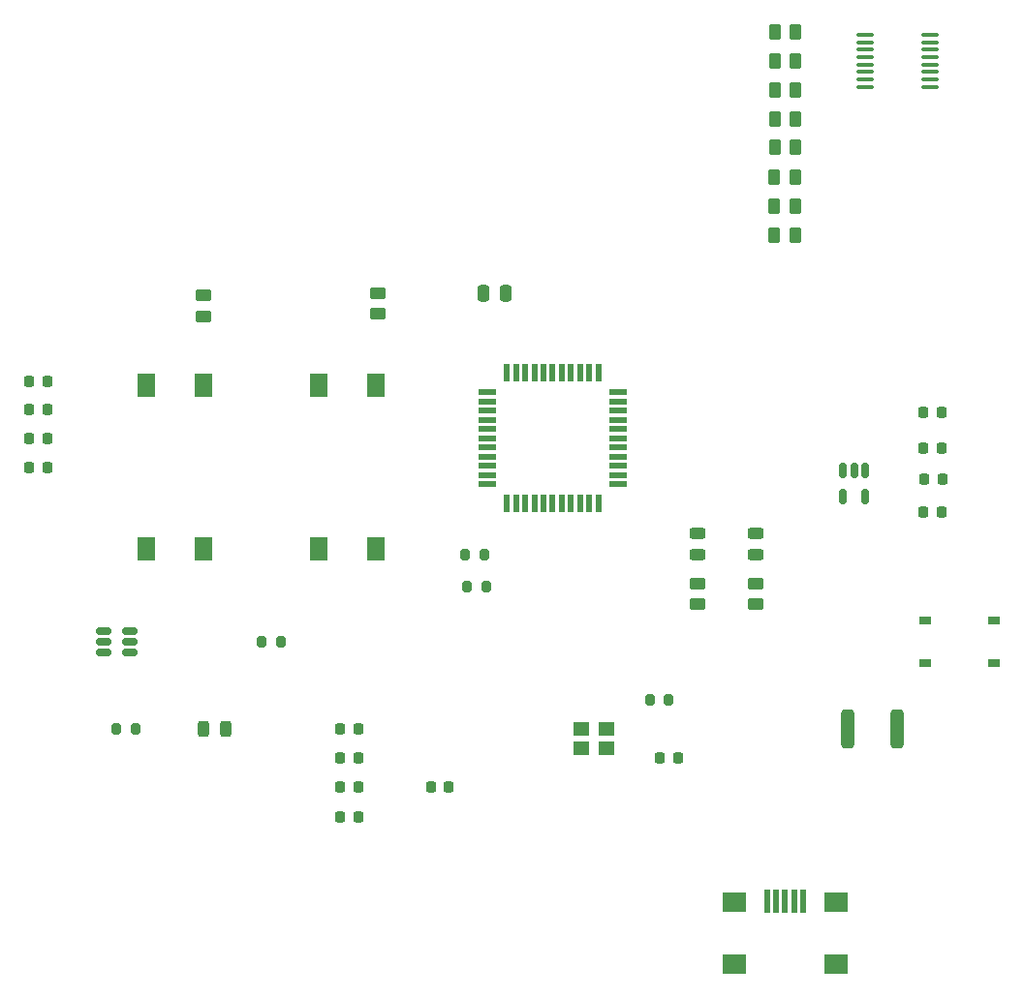
<source format=gbr>
%TF.GenerationSoftware,KiCad,Pcbnew,(7.0.0-0)*%
%TF.CreationDate,2023-05-29T15:25:59-06:00*%
%TF.ProjectId,Phase_B_ATMEGA_v3,50686173-655f-4425-9f41-544d4547415f,rev?*%
%TF.SameCoordinates,Original*%
%TF.FileFunction,Paste,Top*%
%TF.FilePolarity,Positive*%
%FSLAX46Y46*%
G04 Gerber Fmt 4.6, Leading zero omitted, Abs format (unit mm)*
G04 Created by KiCad (PCBNEW (7.0.0-0)) date 2023-05-29 15:25:59*
%MOMM*%
%LPD*%
G01*
G04 APERTURE LIST*
G04 Aperture macros list*
%AMRoundRect*
0 Rectangle with rounded corners*
0 $1 Rounding radius*
0 $2 $3 $4 $5 $6 $7 $8 $9 X,Y pos of 4 corners*
0 Add a 4 corners polygon primitive as box body*
4,1,4,$2,$3,$4,$5,$6,$7,$8,$9,$2,$3,0*
0 Add four circle primitives for the rounded corners*
1,1,$1+$1,$2,$3*
1,1,$1+$1,$4,$5*
1,1,$1+$1,$6,$7*
1,1,$1+$1,$8,$9*
0 Add four rect primitives between the rounded corners*
20,1,$1+$1,$2,$3,$4,$5,0*
20,1,$1+$1,$4,$5,$6,$7,0*
20,1,$1+$1,$6,$7,$8,$9,0*
20,1,$1+$1,$8,$9,$2,$3,0*%
G04 Aperture macros list end*
%ADD10RoundRect,0.250000X0.450000X-0.262500X0.450000X0.262500X-0.450000X0.262500X-0.450000X-0.262500X0*%
%ADD11RoundRect,0.243750X-0.243750X-0.456250X0.243750X-0.456250X0.243750X0.456250X-0.243750X0.456250X0*%
%ADD12RoundRect,0.225000X-0.225000X-0.250000X0.225000X-0.250000X0.225000X0.250000X-0.225000X0.250000X0*%
%ADD13RoundRect,0.200000X0.200000X0.275000X-0.200000X0.275000X-0.200000X-0.275000X0.200000X-0.275000X0*%
%ADD14RoundRect,0.250000X-0.312500X-1.450000X0.312500X-1.450000X0.312500X1.450000X-0.312500X1.450000X0*%
%ADD15RoundRect,0.250000X-0.262500X-0.450000X0.262500X-0.450000X0.262500X0.450000X-0.262500X0.450000X0*%
%ADD16RoundRect,0.200000X-0.200000X-0.275000X0.200000X-0.275000X0.200000X0.275000X-0.200000X0.275000X0*%
%ADD17RoundRect,0.243750X0.456250X-0.243750X0.456250X0.243750X-0.456250X0.243750X-0.456250X-0.243750X0*%
%ADD18R,1.400000X1.200000*%
%ADD19R,1.500000X2.000000*%
%ADD20R,0.500000X2.000000*%
%ADD21R,2.000000X1.700000*%
%ADD22RoundRect,0.250000X-0.250000X-0.475000X0.250000X-0.475000X0.250000X0.475000X-0.250000X0.475000X0*%
%ADD23RoundRect,0.150000X-0.150000X0.512500X-0.150000X-0.512500X0.150000X-0.512500X0.150000X0.512500X0*%
%ADD24R,1.500000X0.550000*%
%ADD25R,0.550000X1.500000*%
%ADD26R,1.000000X0.700000*%
%ADD27RoundRect,0.100000X-0.637500X-0.100000X0.637500X-0.100000X0.637500X0.100000X-0.637500X0.100000X0*%
%ADD28RoundRect,0.150000X-0.512500X-0.150000X0.512500X-0.150000X0.512500X0.150000X-0.512500X0.150000X0*%
G04 APERTURE END LIST*
D10*
%TO.C,R3*%
X78740000Y-72945000D03*
X78740000Y-71120000D03*
%TD*%
D11*
%TO.C,D3*%
X35560000Y-83820000D03*
X37435000Y-83820000D03*
%TD*%
D12*
%TO.C,C4*%
X47485000Y-83820000D03*
X49035000Y-83820000D03*
%TD*%
D13*
%TO.C,R14*%
X60209305Y-71365909D03*
X58559305Y-71365909D03*
%TD*%
D14*
%TO.C,F1*%
X91842500Y-83820000D03*
X96117500Y-83820000D03*
%TD*%
D12*
%TO.C,C7*%
X47485000Y-91560000D03*
X49035000Y-91560000D03*
%TD*%
D15*
%TO.C,R10*%
X85427391Y-35561215D03*
X87252391Y-35561215D03*
%TD*%
D10*
%TO.C,R2*%
X50800000Y-47545000D03*
X50800000Y-45720000D03*
%TD*%
D12*
%TO.C,C10*%
X20320000Y-55940000D03*
X21870000Y-55940000D03*
%TD*%
D16*
%TO.C,R15*%
X40640000Y-76200000D03*
X42290000Y-76200000D03*
%TD*%
D10*
%TO.C,R4*%
X83820000Y-72945000D03*
X83820000Y-71120000D03*
%TD*%
D12*
%TO.C,C1*%
X98460000Y-56145000D03*
X100010000Y-56145000D03*
%TD*%
%TO.C,C14*%
X98546503Y-62022295D03*
X100096503Y-62022295D03*
%TD*%
%TO.C,C13*%
X98463299Y-59276572D03*
X100013299Y-59276572D03*
%TD*%
D17*
%TO.C,D1*%
X78740000Y-68580000D03*
X78740000Y-66705000D03*
%TD*%
D18*
%TO.C,Y1*%
X68579999Y-85519999D03*
X70779999Y-85519999D03*
X70779999Y-83819999D03*
X68579999Y-83819999D03*
%TD*%
D19*
%TO.C,S2*%
X45619999Y-68109999D03*
X45619999Y-53809999D03*
X50619999Y-68109999D03*
X50619999Y-53809999D03*
%TD*%
D12*
%TO.C,C6*%
X47485000Y-88900000D03*
X49035000Y-88900000D03*
%TD*%
D16*
%TO.C,R17*%
X74550000Y-81280000D03*
X76200000Y-81280000D03*
%TD*%
D19*
%TO.C,S1*%
X30519999Y-68109999D03*
X30519999Y-53809999D03*
X35519999Y-68109999D03*
X35519999Y-53809999D03*
%TD*%
D20*
%TO.C,J2*%
X84759999Y-98899999D03*
X85559999Y-98899999D03*
X86359999Y-98899999D03*
X87159999Y-98899999D03*
X87959999Y-98899999D03*
D21*
X81909999Y-98999999D03*
X81909999Y-104449999D03*
X90809999Y-98999999D03*
X90809999Y-104449999D03*
%TD*%
D12*
%TO.C,C3*%
X75425000Y-86360000D03*
X76975000Y-86360000D03*
%TD*%
D15*
%TO.C,R8*%
X85447500Y-30480000D03*
X87272500Y-30480000D03*
%TD*%
D16*
%TO.C,R16*%
X27940000Y-83820000D03*
X29590000Y-83820000D03*
%TD*%
D15*
%TO.C,R11*%
X85427391Y-38101215D03*
X87252391Y-38101215D03*
%TD*%
D13*
%TO.C,R13*%
X60070000Y-68580000D03*
X58420000Y-68580000D03*
%TD*%
D22*
%TO.C,C8*%
X60010000Y-45720000D03*
X61910000Y-45720000D03*
%TD*%
D12*
%TO.C,C5*%
X47485000Y-86360000D03*
X49035000Y-86360000D03*
%TD*%
D15*
%TO.C,R5*%
X85447500Y-22860000D03*
X87272500Y-22860000D03*
%TD*%
D17*
%TO.C,D2*%
X83820000Y-68580000D03*
X83820000Y-66705000D03*
%TD*%
D23*
%TO.C,U5*%
X93340000Y-61225000D03*
X92390000Y-61225000D03*
X91440000Y-61225000D03*
X91440000Y-63500000D03*
X93340000Y-63500000D03*
%TD*%
D15*
%TO.C,R6*%
X85447500Y-25400000D03*
X87272500Y-25400000D03*
%TD*%
D24*
%TO.C,U3*%
X60339999Y-54419999D03*
X60339999Y-55219999D03*
X60339999Y-56019999D03*
X60339999Y-56819999D03*
X60339999Y-57619999D03*
X60339999Y-58419999D03*
X60339999Y-59219999D03*
X60339999Y-60019999D03*
X60339999Y-60819999D03*
X60339999Y-61619999D03*
X60339999Y-62419999D03*
D25*
X62039999Y-64119999D03*
X62839999Y-64119999D03*
X63639999Y-64119999D03*
X64439999Y-64119999D03*
X65239999Y-64119999D03*
X66039999Y-64119999D03*
X66839999Y-64119999D03*
X67639999Y-64119999D03*
X68439999Y-64119999D03*
X69239999Y-64119999D03*
X70039999Y-64119999D03*
D24*
X71739999Y-62419999D03*
X71739999Y-61619999D03*
X71739999Y-60819999D03*
X71739999Y-60019999D03*
X71739999Y-59219999D03*
X71739999Y-58419999D03*
X71739999Y-57619999D03*
X71739999Y-56819999D03*
X71739999Y-56019999D03*
X71739999Y-55219999D03*
X71739999Y-54419999D03*
D25*
X70039999Y-52719999D03*
X69239999Y-52719999D03*
X68439999Y-52719999D03*
X67639999Y-52719999D03*
X66839999Y-52719999D03*
X66039999Y-52719999D03*
X65239999Y-52719999D03*
X64439999Y-52719999D03*
X63639999Y-52719999D03*
X62839999Y-52719999D03*
X62039999Y-52719999D03*
%TD*%
D26*
%TO.C,S3*%
X98599999Y-74349999D03*
X104599999Y-74349999D03*
X98599999Y-78049999D03*
X104599999Y-78049999D03*
%TD*%
D12*
%TO.C,C15*%
X98463299Y-64851221D03*
X100013299Y-64851221D03*
%TD*%
D10*
%TO.C,R1*%
X35560000Y-47767500D03*
X35560000Y-45942500D03*
%TD*%
D12*
%TO.C,C9*%
X20320000Y-53430000D03*
X21870000Y-53430000D03*
%TD*%
%TO.C,C11*%
X20320000Y-58450000D03*
X21870000Y-58450000D03*
%TD*%
D27*
%TO.C,U2*%
X93335000Y-23125000D03*
X93335000Y-23775000D03*
X93335000Y-24425000D03*
X93335000Y-25075000D03*
X93335000Y-25725000D03*
X93335000Y-26375000D03*
X93335000Y-27025000D03*
X93335000Y-27675000D03*
X99060000Y-27675000D03*
X99060000Y-27025000D03*
X99060000Y-26375000D03*
X99060000Y-25725000D03*
X99060000Y-25075000D03*
X99060000Y-24425000D03*
X99060000Y-23775000D03*
X99060000Y-23125000D03*
%TD*%
D15*
%TO.C,R9*%
X85457882Y-32978447D03*
X87282882Y-32978447D03*
%TD*%
D28*
%TO.C,U4*%
X26802500Y-75250000D03*
X26802500Y-76200000D03*
X26802500Y-77150000D03*
X29077500Y-77150000D03*
X29077500Y-76200000D03*
X29077500Y-75250000D03*
%TD*%
D15*
%TO.C,R7*%
X85447500Y-27940000D03*
X87272500Y-27940000D03*
%TD*%
D12*
%TO.C,C12*%
X20320000Y-60960000D03*
X21870000Y-60960000D03*
%TD*%
D15*
%TO.C,R12*%
X85427391Y-40641215D03*
X87252391Y-40641215D03*
%TD*%
D12*
%TO.C,C2*%
X55400000Y-88900000D03*
X56950000Y-88900000D03*
%TD*%
M02*

</source>
